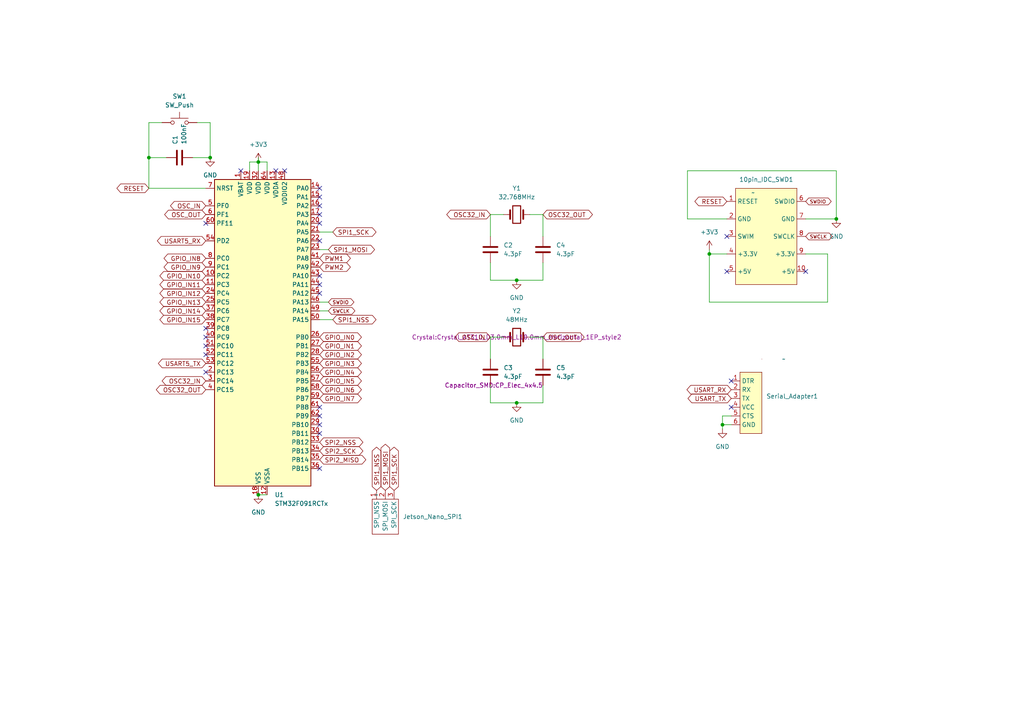
<source format=kicad_sch>
(kicad_sch (version 20230121) (generator eeschema)
  (paper "A4")
  (lib_symbols
    (symbol "Device:C" (pin_numbers hide) (pin_names (offset 0.254))
      (property "Reference" "C" (at 0.635 2.54 0))
      (property "Value" "C" (at 0.635 -2.54 0))
      (symbol "C_0_1"
        (polyline (pts (xy -2.032 -0.762) (xy 2.032 -0.762)) (stroke (width 0.508)))
        (polyline (pts (xy -2.032 0.762) (xy 2.032 0.762)) (stroke (width 0.508)))
      )
      (symbol "C_1_1"
        (pin passive line (at 0 3.81 270) (length 2.794) (name "~") (number "1"))
        (pin passive line (at 0 -3.81 90) (length 2.794) (name "~") (number "2"))
      )
    )
    (symbol "Device:Crystal" (pin_numbers hide) (pin_names (offset 1.016) hide)
      (property "Reference" "Y" (at 0 3.81 0))
      (property "Value" "Crystal" (at 0 -3.81 0))
      (symbol "Crystal_0_1"
        (rectangle (start -1.143 2.54) (end 1.143 -2.54) (stroke (width 0.3048)))
        (polyline (pts (xy -2.54 0) (xy -1.905 0)))
        (polyline (pts (xy -1.905 -1.27) (xy -1.905 1.27)) (stroke (width 0.508)))
        (polyline (pts (xy 1.905 -1.27) (xy 1.905 1.27)) (stroke (width 0.508)))
        (polyline (pts (xy 2.54 0) (xy 1.905 0)))
      )
      (symbol "Crystal_1_1"
        (pin passive line (at -3.81 0 0) (length 1.27) (name "1") (number "1"))
        (pin passive line (at 3.81 0 180) (length 1.27) (name "2") (number "2"))
      )
    )
    (symbol "MCU_ST_STM32F0:STM32F091RCTx"
      (property "Reference" "U" (at -12.7 46.99 0))
      (property "Value" "STM32F091RCTx" (at 10.16 46.99 0))
      (symbol "STM32F091RCTx_0_1"
        (rectangle (start -12.7 -43.18) (end 15.24 45.72) (stroke (width 0.254)) (fill (type background)))
      )
      (symbol "STM32F091RCTx_1_1"
        (pin power_in line (at -5.08 48.26 270) (length 2.54) (name "VBAT") (number "1"))
        (pin bidirectional line (at -15.24 17.78 0) (length 2.54) (name "PC2") (number "10"))
        (pin bidirectional line (at -15.24 15.24 0) (length 2.54) (name "PC3") (number "11"))
        (pin power_in line (at 2.54 -45.72 90) (length 2.54) (name "VSSA") (number "12"))
        (pin power_in line (at 5.08 48.26 270) (length 2.54) (name "VDDA") (number "13"))
        (pin bidirectional line (at 17.78 43.18 180) (length 2.54) (name "PA0") (number "14"))
        (pin bidirectional line (at 17.78 40.64 180) (length 2.54) (name "PA1") (number "15"))
        (pin bidirectional line (at 17.78 38.1 180) (length 2.54) (name "PA2") (number "16"))
        (pin bidirectional line (at 17.78 35.56 180) (length 2.54) (name "PA3") (number "17"))
        (pin power_in line (at 0 -45.72 90) (length 2.54) (name "VSS") (number "18"))
        (pin power_in line (at -2.54 48.26 270) (length 2.54) (name "VDD") (number "19"))
        (pin bidirectional line (at -15.24 -10.16 0) (length 2.54) (name "PC13") (number "2"))
        (pin bidirectional line (at 17.78 33.02 180) (length 2.54) (name "PA4") (number "20"))
        (pin bidirectional line (at 17.78 30.48 180) (length 2.54) (name "PA5") (number "21"))
        (pin bidirectional line (at 17.78 27.94 180) (length 2.54) (name "PA6") (number "22"))
        (pin bidirectional line (at 17.78 25.4 180) (length 2.54) (name "PA7") (number "23"))
        (pin bidirectional line (at -15.24 12.7 0) (length 2.54) (name "PC4") (number "24"))
        (pin bidirectional line (at -15.24 10.16 0) (length 2.54) (name "PC5") (number "25"))
        (pin bidirectional line (at 17.78 0 180) (length 2.54) (name "PB0") (number "26"))
        (pin bidirectional line (at 17.78 -2.54 180) (length 2.54) (name "PB1") (number "27"))
        (pin bidirectional line (at 17.78 -5.08 180) (length 2.54) (name "PB2") (number "28"))
        (pin bidirectional line (at 17.78 -25.4 180) (length 2.54) (name "PB10") (number "29"))
        (pin bidirectional line (at -15.24 -12.7 0) (length 2.54) (name "PC14") (number "3"))
        (pin bidirectional line (at 17.78 -27.94 180) (length 2.54) (name "PB11") (number "30"))
        (pin passive line (at 0 -45.72 90) (length 2.54) hide (name "VSS") (number "31"))
        (pin power_in line (at 0 48.26 270) (length 2.54) (name "VDD") (number "32"))
        (pin bidirectional line (at 17.78 -30.48 180) (length 2.54) (name "PB12") (number "33"))
        (pin bidirectional line (at 17.78 -33.02 180) (length 2.54) (name "PB13") (number "34"))
        (pin bidirectional line (at 17.78 -35.56 180) (length 2.54) (name "PB14") (number "35"))
        (pin bidirectional line (at 17.78 -38.1 180) (length 2.54) (name "PB15") (number "36"))
        (pin bidirectional line (at -15.24 7.62 0) (length 2.54) (name "PC6") (number "37"))
        (pin bidirectional line (at -15.24 5.08 0) (length 2.54) (name "PC7") (number "38"))
        (pin bidirectional line (at -15.24 2.54 0) (length 2.54) (name "PC8") (number "39"))
        (pin bidirectional line (at -15.24 -15.24 0) (length 2.54) (name "PC15") (number "4"))
        (pin bidirectional line (at -15.24 0 0) (length 2.54) (name "PC9") (number "40"))
        (pin bidirectional line (at 17.78 22.86 180) (length 2.54) (name "PA8") (number "41"))
        (pin bidirectional line (at 17.78 20.32 180) (length 2.54) (name "PA9") (number "42"))
        (pin bidirectional line (at 17.78 17.78 180) (length 2.54) (name "PA10") (number "43"))
        (pin bidirectional line (at 17.78 15.24 180) (length 2.54) (name "PA11") (number "44"))
        (pin bidirectional line (at 17.78 12.7 180) (length 2.54) (name "PA12") (number "45"))
        (pin bidirectional line (at 17.78 10.16 180) (length 2.54) (name "PA13") (number "46"))
        (pin passive line (at 0 -45.72 90) (length 2.54) hide (name "VSS") (number "47"))
        (pin power_in line (at 7.62 48.26 270) (length 2.54) (name "VDDIO2") (number "48"))
        (pin bidirectional line (at 17.78 7.62 180) (length 2.54) (name "PA14") (number "49"))
        (pin bidirectional line (at -15.24 38.1 0) (length 2.54) (name "PF0") (number "5"))
        (pin bidirectional line (at 17.78 5.08 180) (length 2.54) (name "PA15") (number "50"))
        (pin bidirectional line (at -15.24 -2.54 0) (length 2.54) (name "PC10") (number "51"))
        (pin bidirectional line (at -15.24 -5.08 0) (length 2.54) (name "PC11") (number "52"))
        (pin bidirectional line (at -15.24 -7.62 0) (length 2.54) (name "PC12") (number "53"))
        (pin bidirectional line (at -15.24 27.94 0) (length 2.54) (name "PD2") (number "54"))
        (pin bidirectional line (at 17.78 -7.62 180) (length 2.54) (name "PB3") (number "55"))
        (pin bidirectional line (at 17.78 -10.16 180) (length 2.54) (name "PB4") (number "56"))
        (pin bidirectional line (at 17.78 -12.7 180) (length 2.54) (name "PB5") (number "57"))
        (pin bidirectional line (at 17.78 -15.24 180) (length 2.54) (name "PB6") (number "58"))
        (pin bidirectional line (at 17.78 -17.78 180) (length 2.54) (name "PB7") (number "59"))
        (pin bidirectional line (at -15.24 35.56 0) (length 2.54) (name "PF1") (number "6"))
        (pin bidirectional line (at -15.24 33.02 0) (length 2.54) (name "PF11") (number "60"))
        (pin bidirectional line (at 17.78 -20.32 180) (length 2.54) (name "PB8") (number "61"))
        (pin bidirectional line (at 17.78 -22.86 180) (length 2.54) (name "PB9") (number "62"))
        (pin passive line (at 0 -45.72 90) (length 2.54) hide (name "VSS") (number "63"))
        (pin power_in line (at 2.54 48.26 270) (length 2.54) (name "VDD") (number "64"))
        (pin input line (at -15.24 43.18 0) (length 2.54) (name "NRST") (number "7"))
        (pin bidirectional line (at -15.24 22.86 0) (length 2.54) (name "PC0") (number "8"))
        (pin bidirectional line (at -15.24 20.32 0) (length 2.54) (name "PC1") (number "9"))
      )
    )
    (symbol "Senior_Design:Jetson_Nano_SPI"
      (property "Reference" "U" (at -3.81 0 0))
      (symbol "Jetson_Nano_SPI_0_1"
        (rectangle (start -1.27 -1.27) (end 6.35 -11.43))
      )
      (symbol "Jetson_Nano_SPI_1_1"
        (pin passive line (at 0 1.27 270) (length 2.54) (name "SPI_NSS") (number "1"))
        (pin passive line (at 2.54 1.27 270) (length 2.54) (name "SPI_MOSI") (number "2"))
        (pin passive line (at 5.08 1.27 270) (length 2.54) (name "SPI_SCK") (number "3"))
      )
    )
    (symbol "Senior_Design:ST-Link_V2_Clone"
      (property "Reference" "10pin_IDC_SWD" (at 3.81 3.81 0))
      (symbol "ST-Link_V2_Clone_1_1"
        (rectangle (start -5.08 1.27) (end 12.7 -26.67) (fill (type background)))
        (pin passive line (at -7.62 -2.54 0) (length 2.54) (name "RESET") (number "1"))
        (pin passive line (at 15.24 -22.86 180) (length 2.54) (name "+5V") (number "10"))
        (pin passive line (at -7.62 -7.62 0) (length 2.54) (name "GND") (number "2"))
        (pin passive line (at -7.62 -12.7 0) (length 2.54) (name "SWIM") (number "3"))
        (pin passive line (at -7.62 -17.78 0) (length 2.54) (name "+3.3V") (number "4"))
        (pin passive line (at -7.62 -22.86 0) (length 2.54) (name "+5V") (number "5"))
        (pin passive line (at 15.24 -2.54 180) (length 2.54) (name "SWDIO") (number "6"))
        (pin passive line (at 15.24 -7.62 180) (length 2.54) (name "GND") (number "7"))
        (pin passive line (at 15.24 -12.7 180) (length 2.54) (name "SWCLK") (number "8"))
        (pin passive line (at 15.24 -17.78 180) (length 2.54) (name "+3.3V") (number "9"))
      )
    )
    (symbol "Serial_adapter:Serial_Adapter"
      (property "Reference" "Serial_Adapter" (at -10.16 -1.27 0))
      (symbol "Serial_Adapter_0_1"
        (rectangle (start -6.35 0) (end -6.35 0))
      )
      (symbol "Serial_Adapter_1_1"
        (rectangle (start -12.7 -3.81) (end -6.35 -21.59) (fill (type background)))
        (pin passive line (at -15.24 -6.35 0) (length 2.54) (name "DTR") (number "1"))
        (pin passive line (at -15.24 -8.89 0) (length 2.54) (name "RX") (number "2"))
        (pin passive line (at -15.24 -11.43 0) (length 2.54) (name "TX") (number "3"))
        (pin passive line (at -15.24 -13.97 0) (length 2.54) (name "VCC") (number "4"))
        (pin passive line (at -15.24 -16.51 0) (length 2.54) (name "CTS") (number "5"))
        (pin passive line (at -15.24 -19.05 0) (length 2.54) (name "GND") (number "6"))
      )
    )
    (symbol "Switch:SW_Push" (pin_numbers hide) (pin_names (offset 1.016) hide)
      (property "Reference" "SW" (at 1.27 2.54 0))
      (property "Value" "SW_Push" (at 0 -1.524 0))
      (symbol "SW_Push_0_1"
        (circle (center -2.032 0) (radius 0.508))
        (polyline (pts (xy 0 1.27) (xy 0 3.048)))
        (polyline (pts (xy 2.54 1.27) (xy -2.54 1.27)))
        (circle (center 2.032 0) (radius 0.508))
        (pin passive line (at -5.08 0 0) (length 2.54) (name "1") (number "1"))
        (pin passive line (at 5.08 0 180) (length 2.54) (name "2") (number "2"))
      )
    )
    (symbol "power:+3V3" (power) (pin_names (offset 0))
      (property "Value" "+3V3" (at 0 3.556 0))
      (symbol "+3V3_0_1"
        (polyline (pts (xy -0.762 1.27) (xy 0 2.54)))
        (polyline (pts (xy 0 0) (xy 0 2.54)))
        (polyline (pts (xy 0 2.54) (xy 0.762 1.27)))
      )
      (symbol "+3V3_1_1"
        (pin power_in line (at 0 0 90) (length 0) hide (name "+3V3") (number "1"))
      )
    )
    (symbol "power:GND" (power) (pin_names (offset 0))
      (property "Value" "GND" (at 0 -3.81 0))
      (symbol "GND_0_1"
        (polyline (pts (xy 0 0) (xy 0 -1.27) (xy 1.27 -1.27) (xy 0 -2.54) (xy -1.27 -1.27) (xy 0 -1.27)))
      )
      (symbol "GND_1_1"
        (pin power_in line (at 0 0 270) (length 0) hide (name "GND") (number "1"))
      )
    )
  )
  (junction (at 149.86 81.28))
  (junction (at 74.93 143.51))
  (junction (at 205.74 73.66))
  (junction (at 43.18 45.72))
  (junction (at 149.86 116.84))
  (junction (at 242.57 63.5))
  (junction (at 209.55 123.19))
  (junction (at 60.96 45.72))
  (junction (at 74.93 46.99))
  (no_connect (at 92.71 120.65))
  (no_connect (at 92.71 59.69))
  (no_connect (at 92.71 123.19))
  (no_connect (at 212.09 118.11))
  (no_connect (at 69.85 49.53))
  (no_connect (at 210.82 78.74))
  (no_connect (at 82.55 49.53))
  (no_connect (at 210.82 68.58))
  (no_connect (at 59.69 64.77))
  (no_connect (at 92.71 85.09))
  (no_connect (at 59.69 97.79))
  (no_connect (at 212.09 110.49))
  (no_connect (at 92.71 57.15))
  (no_connect (at 92.71 82.55))
  (no_connect (at 59.69 107.95))
  (no_connect (at 92.71 135.89))
  (no_connect (at 92.71 118.11))
  (no_connect (at 59.69 102.87))
  (no_connect (at 92.71 54.61))
  (no_connect (at 59.69 100.33))
  (no_connect (at 59.69 95.25))
  (no_connect (at 92.71 62.23))
  (no_connect (at 233.68 78.74))
  (no_connect (at 92.71 69.85))
  (no_connect (at 92.71 80.01))
  (no_connect (at 80.01 49.53))
  (no_connect (at 92.71 125.73))
  (no_connect (at 92.71 64.77))
  (wire (pts (xy 240.03 87.63) (xy 240.03 73.66)))
  (wire (pts (xy 95.25 90.17) (xy 92.71 90.17)))
  (wire (pts (xy 95.25 72.39) (xy 92.71 72.39)))
  (wire (pts (xy 43.18 54.61) (xy 43.18 45.72)))
  (wire (pts (xy 60.96 45.72) (xy 55.88 45.72)))
  (wire (pts (xy 209.55 120.65) (xy 209.55 123.19)))
  (wire (pts (xy 74.93 46.99) (xy 77.47 46.99)))
  (wire (pts (xy 142.24 97.79) (xy 146.05 97.79)))
  (wire (pts (xy 210.82 63.5) (xy 199.39 63.5)))
  (wire (pts (xy 157.48 81.28) (xy 157.48 76.2)))
  (wire (pts (xy 210.82 73.66) (xy 205.74 73.66)))
  (wire (pts (xy 199.39 49.53) (xy 242.57 49.53)))
  (wire (pts (xy 205.74 72.39) (xy 205.74 73.66)))
  (wire (pts (xy 209.55 123.19) (xy 209.55 124.46)))
  (wire (pts (xy 242.57 49.53) (xy 242.57 63.5)))
  (wire (pts (xy 92.71 92.71) (xy 96.52 92.71)))
  (wire (pts (xy 77.47 46.99) (xy 77.47 49.53)))
  (wire (pts (xy 43.18 35.56) (xy 46.99 35.56)))
  (wire (pts (xy 142.24 62.23) (xy 146.05 62.23)))
  (wire (pts (xy 142.24 68.58) (xy 142.24 62.23)))
  (wire (pts (xy 142.24 76.2) (xy 142.24 81.28)))
  (wire (pts (xy 209.55 123.19) (xy 212.09 123.19)))
  (wire (pts (xy 212.09 120.65) (xy 209.55 120.65)))
  (wire (pts (xy 142.24 81.28) (xy 149.86 81.28)))
  (wire (pts (xy 72.39 49.53) (xy 72.39 46.99)))
  (wire (pts (xy 240.03 73.66) (xy 233.68 73.66)))
  (wire (pts (xy 157.48 62.23) (xy 157.48 68.58)))
  (wire (pts (xy 205.74 87.63) (xy 240.03 87.63)))
  (wire (pts (xy 149.86 81.28) (xy 157.48 81.28)))
  (wire (pts (xy 74.93 143.51) (xy 77.47 143.51)))
  (wire (pts (xy 242.57 63.5) (xy 233.68 63.5)))
  (wire (pts (xy 149.86 116.84) (xy 157.48 116.84)))
  (wire (pts (xy 74.93 45.72) (xy 74.93 46.99)))
  (wire (pts (xy 96.52 67.31) (xy 92.71 67.31)))
  (wire (pts (xy 142.24 116.84) (xy 149.86 116.84)))
  (wire (pts (xy 157.48 97.79) (xy 157.48 104.14)))
  (wire (pts (xy 95.25 87.63) (xy 92.71 87.63)))
  (wire (pts (xy 72.39 46.99) (xy 74.93 46.99)))
  (wire (pts (xy 48.26 45.72) (xy 43.18 45.72)))
  (wire (pts (xy 199.39 63.5) (xy 199.39 49.53)))
  (wire (pts (xy 142.24 104.14) (xy 142.24 97.79)))
  (wire (pts (xy 57.15 35.56) (xy 60.96 35.56)))
  (wire (pts (xy 157.48 116.84) (xy 157.48 111.76)))
  (wire (pts (xy 74.93 46.99) (xy 74.93 49.53)))
  (wire (pts (xy 153.67 62.23) (xy 157.48 62.23)))
  (wire (pts (xy 43.18 45.72) (xy 43.18 35.56)))
  (wire (pts (xy 59.69 54.61) (xy 43.18 54.61)))
  (wire (pts (xy 60.96 35.56) (xy 60.96 45.72)))
  (wire (pts (xy 153.67 97.79) (xy 157.48 97.79)))
  (wire (pts (xy 205.74 73.66) (xy 205.74 87.63)))
  (wire (pts (xy 142.24 111.76) (xy 142.24 116.84)))
  (global_label "OSC_IN" (shape bidirectional) (at 142.24 97.79 180) (property "Intersheetrefs" "${INTERSHEET_REFS}" (effects hide)))
  (global_label "GPIO_IN10" (shape bidirectional) (at 59.69 80.01 180) (property "Intersheetrefs" "${INTERSHEET_REFS}" (effects hide)))
  (global_label "OSC32_OUT" (shape bidirectional) (at 59.69 113.03 180) (property "Intersheetrefs" "${INTERSHEET_REFS}" (effects hide)))
  (global_label "PWM1" (shape bidirectional) (at 92.71 74.93 0) (property "Intersheetrefs" "${INTERSHEET_REFS}" (effects hide)))
  (global_label "GPIO_IN15" (shape bidirectional) (at 59.69 92.71 180) (property "Intersheetrefs" "${INTERSHEET_REFS}" (effects hide)))
  (global_label "GPIO_IN0" (shape bidirectional) (at 92.71 97.79 0) (property "Intersheetrefs" "${INTERSHEET_REFS}" (effects hide)))
  (global_label "USART_TX" (shape bidirectional) (at 212.09 115.57 180) (property "Intersheetrefs" "${INTERSHEET_REFS}" (effects hide)))
  (global_label "SPI2_SCK" (shape bidirectional) (at 92.71 130.81 0) (property "Intersheetrefs" "${INTERSHEET_REFS}" (effects hide)))
  (global_label "SPI2_MISO" (shape bidirectional) (at 92.71 133.35 0) (property "Intersheetrefs" "${INTERSHEET_REFS}" (effects hide)))
  (global_label "SWCLK" (shape bidirectional) (at 95.25 90.17 0) (effects (font (size 1 1))) (property "Intersheetrefs" "${INTERSHEET_REFS}" (effects hide)))
  (global_label "GPIO_IN12" (shape bidirectional) (at 59.69 85.09 180) (property "Intersheetrefs" "${INTERSHEET_REFS}" (effects hide)))
  (global_label "SWDIO" (shape bidirectional) (at 233.68 58.42 0) (effects (font (size 1 1))) (property "Intersheetrefs" "${INTERSHEET_REFS}" (effects hide)))
  (global_label "GPIO_IN5" (shape bidirectional) (at 92.71 110.49 0) (property "Intersheetrefs" "${INTERSHEET_REFS}" (effects hide)))
  (global_label "RESET" (shape bidirectional) (at 210.82 58.42 180) (property "Intersheetrefs" "${INTERSHEET_REFS}" (effects hide)))
  (global_label "GPIO_IN9" (shape bidirectional) (at 59.69 77.47 180) (property "Intersheetrefs" "${INTERSHEET_REFS}" (effects hide)))
  (global_label "GPIO_IN8" (shape bidirectional) (at 59.69 74.93 180) (property "Intersheetrefs" "${INTERSHEET_REFS}" (effects hide)))
  (global_label "SWCLK" (shape bidirectional) (at 233.68 68.58 0) (effects (font (size 1 1))) (property "Intersheetrefs" "${INTERSHEET_REFS}" (effects hide)))
  (global_label "SPI1_NSS" (shape bidirectional) (at 96.52 92.71 0) (property "Intersheetrefs" "${INTERSHEET_REFS}" (effects hide)))
  (global_label "OSC32_OUT" (shape bidirectional) (at 157.48 62.23 0) (property "Intersheetrefs" "${INTERSHEET_REFS}" (effects hide)))
  (global_label "GPIO_IN11" (shape bidirectional) (at 59.69 82.55 180) (property "Intersheetrefs" "${INTERSHEET_REFS}" (effects hide)))
  (global_label "GPIO_IN13" (shape bidirectional) (at 59.69 87.63 180) (property "Intersheetrefs" "${INTERSHEET_REFS}" (effects hide)))
  (global_label "SPI1_SCK" (shape bidirectional) (at 114.3 142.24 90) (property "Intersheetrefs" "${INTERSHEET_REFS}" (effects hide)))
  (global_label "OSC32_IN" (shape bidirectional) (at 59.69 110.49 180) (property "Intersheetrefs" "${INTERSHEET_REFS}" (effects hide)))
  (global_label "SPI1_NSS" (shape bidirectional) (at 109.22 142.24 90) (property "Intersheetrefs" "${INTERSHEET_REFS}" (effects hide)))
  (global_label "SPI1_SCK" (shape bidirectional) (at 96.52 67.31 0) (property "Intersheetrefs" "${INTERSHEET_REFS}" (effects hide)))
  (global_label "GPIO_IN7" (shape bidirectional) (at 92.71 115.57 0) (property "Intersheetrefs" "${INTERSHEET_REFS}" (effects hide)))
  (global_label "GPIO_IN4" (shape bidirectional) (at 92.71 107.95 0) (property "Intersheetrefs" "${INTERSHEET_REFS}" (effects hide)))
  (global_label "GPIO_IN3" (shape bidirectional) (at 92.71 105.41 0) (property "Intersheetrefs" "${INTERSHEET_REFS}" (effects hide)))
  (global_label "GPIO_IN1" (shape bidirectional) (at 92.71 100.33 0) (property "Intersheetrefs" "${INTERSHEET_REFS}" (effects hide)))
  (global_label "PWM2" (shape bidirectional) (at 92.71 77.47 0) (property "Intersheetrefs" "${INTERSHEET_REFS}" (effects hide)))
  (global_label "GPIO_IN2" (shape bidirectional) (at 92.71 102.87 0) (property "Intersheetrefs" "${INTERSHEET_REFS}" (effects hide)))
  (global_label "USART5_TX" (shape bidirectional) (at 59.69 105.41 180) (property "Intersheetrefs" "${INTERSHEET_REFS}" (effects hide)))
  (global_label "OSC32_IN" (shape bidirectional) (at 142.24 62.23 180) (property "Intersheetrefs" "${INTERSHEET_REFS}" (effects hide)))
  (global_label "SWDIO" (shape bidirectional) (at 95.25 87.63 0) (effects (font (size 1 1))) (property "Intersheetrefs" "${INTERSHEET_REFS}" (effects hide)))
  (global_label "USART5_RX" (shape bidirectional) (at 59.69 69.85 180) (property "Intersheetrefs" "${INTERSHEET_REFS}" (effects hide)))
  (global_label "SPI2_NSS" (shape bidirectional) (at 92.71 128.27 0) (property "Intersheetrefs" "${INTERSHEET_REFS}" (effects hide)))
  (global_label "USART_RX" (shape bidirectional) (at 212.09 113.03 180) (property "Intersheetrefs" "${INTERSHEET_REFS}" (effects hide)))
  (global_label "OSC_IN" (shape bidirectional) (at 59.69 59.69 180) (property "Intersheetrefs" "${INTERSHEET_REFS}" (effects hide)))
  (global_label "GPIO_IN6" (shape bidirectional) (at 92.71 113.03 0) (property "Intersheetrefs" "${INTERSHEET_REFS}" (effects hide)))
  (global_label "GPIO_IN14" (shape bidirectional) (at 59.69 90.17 180) (property "Intersheetrefs" "${INTERSHEET_REFS}" (effects hide)))
  (global_label "OSC_OUT" (shape bidirectional) (at 157.48 97.79 0) (property "Intersheetrefs" "${INTERSHEET_REFS}" (effects hide)))
  (global_label "SPI1_MOSI" (shape bidirectional) (at 111.76 142.24 90) (property "Intersheetrefs" "${INTERSHEET_REFS}" (effects hide)))
  (global_label "OSC_OUT" (shape bidirectional) (at 59.69 62.23 180) (property "Intersheetrefs" "${INTERSHEET_REFS}" (effects hide)))
  (global_label "SPI1_MOSI" (shape bidirectional) (at 95.25 72.39 0) (property "Intersheetrefs" "${INTERSHEET_REFS}" (effects hide)))
  (global_label "RESET" (shape bidirectional) (at 43.18 54.61 180) (property "Intersheetrefs" "${INTERSHEET_REFS}" (effects hide)))
  (symbol (lib_id "Device:C") (at 142.24 107.95 0) (unit 1)
    (property "Reference" "C3" (at 146.05 106.68 0) (effects (justify left)))
    (property "Value" "4.3pF" (at 146.05 109.22 0) (effects (justify left)))
    (property "Footprint" "Capacitor_SMD:CP_Elec_4x4.5" (at 143.2052 111.76 0))
  )
  (symbol (lib_id "power:GND") (at 242.57 63.5 0) (unit 1)
    (property "Reference" "#PWR08" (effects hide))
    (property "Value" "GND" (at 242.57 68.58 0))
  )
  (symbol (lib_id "Switch:SW_Push") (at 52.07 35.56 0) (unit 1)
    (property "Reference" "SW1" (at 52.07 27.94 0))
    (property "Value" "SW_Push" (at 52.07 30.48 0))
    (property "Footprint" "Button_Switch_SMD:Nidec_Copal_CAS-120A" (effects hide))
  )
  (symbol (lib_id "power:GND") (at 74.93 143.51 0) (unit 1)
    (property "Reference" "#PWR03" (effects hide))
    (property "Value" "GND" (at 74.93 148.59 0))
  )
  (symbol (lib_id "Device:C") (at 157.48 72.39 0) (unit 1)
    (property "Reference" "C4" (at 161.29 71.12 0) (effects (justify left)))
    (property "Value" "4.3pF" (at 161.29 73.66 0) (effects (justify left)))
    (property "Footprint" "Capacitor_SMD:CP_Elec_4x5.3" (effects hide))
  )
  (symbol (lib_id "Senior_Design:ST-Link_V2_Clone") (at 218.44 55.88 0) (unit 1)
    (property "Reference" "10pin_IDC_SWD1" (at 222.25 52.07 0))
    (property "Value" "~" (at 218.44 55.88 0))
    (property "Footprint" "Connector_IDC:IDC-Header_2x05_P2.54mm_Latch6.5mm_Vertical" (effects hide))
  )
  (symbol (lib_id "MCU_ST_STM32F0:STM32F091RCTx") (at 74.93 97.79 0) (unit 1)
    (property "Reference" "U1" (at 79.6641 143.51 0) (effects (justify left)))
    (property "Value" "STM32F091RCTx" (at 79.6641 146.05 0) (effects (justify left)))
    (property "Footprint" "Package_QFP:LQFP-64_10x10mm_P0.5mm" (effects hide))
    (property "Datasheet" "https://www.st.com/resource/en/datasheet/stm32f091rc.pdf" (effects hide))
  )
  (symbol (lib_id "power:GND") (at 209.55 124.46 0) (unit 1)
    (property "Reference" "#PWR07" (effects hide))
    (property "Value" "GND" (at 209.55 129.54 0))
  )
  (symbol (lib_id "Device:C") (at 157.48 107.95 0) (unit 1)
    (property "Reference" "C5" (at 161.29 106.68 0) (effects (justify left)))
    (property "Value" "4.3pF" (at 161.29 109.22 0) (effects (justify left)))
    (property "Footprint" "Capacitor_SMD:CP_Elec_4x4.5" (effects hide))
  )
  (symbol (lib_id "Device:C") (at 142.24 72.39 0) (unit 1)
    (property "Reference" "C2" (at 146.05 71.12 0) (effects (justify left)))
    (property "Value" "4.3pF" (at 146.05 73.66 0) (effects (justify left)))
    (property "Footprint" "Capacitor_SMD:CP_Elec_4x3.9" (effects hide))
  )
  (symbol (lib_id "Device:Crystal") (at 149.86 97.79 0) (unit 1)
    (property "Reference" "Y2" (at 149.86 90.17 0))
    (property "Value" "48MHz" (at 149.86 92.71 0))
    (property "Footprint" "Crystal:Crystal_AT310_D3.0mm_L10.0mm_Horizontal_1EP_style2" (at 149.86 97.79 0))
  )
  (symbol (lib_id "Serial_adapter:Serial_Adapter") (at 227.33 104.14 0) (unit 1)
    (property "Reference" "Serial_Adapter1" (at 222.25 114.935 0) (effects (justify left)))
    (property "Value" "~" (at 227.33 104.14 0))
    (property "Footprint" "Resistor_THT:R_Array_SIP6" (effects hide))
  )
  (symbol (lib_id "Device:C") (at 52.07 45.72 90) (unit 1)
    (property "Reference" "C1" (at 50.8 41.91 0) (effects (justify left)))
    (property "Value" "100nF" (at 53.34 41.91 0) (effects (justify left)))
    (property "Footprint" "Capacitor_SMD:CP_Elec_4x4.5" (effects hide))
  )
  (symbol (lib_id "power:+3V3") (at 74.93 46.99 0) (unit 1)
    (property "Reference" "#PWR02" (effects hide))
    (property "Value" "+3V3" (at 74.93 41.91 0))
  )
  (symbol (lib_id "Senior_Design:Jetson_Nano_SPI") (at 109.22 143.51 0) (unit 1)
    (property "Reference" "Jetson_Nano_SPI1" (at 116.84 149.86 0) (effects (justify left)))
    (property "Value" "~" (at 109.22 143.51 0))
    (property "Footprint" "Resistor_THT:R_Array_SIP4" (effects hide))
  )
  (symbol (lib_id "power:+3V3") (at 205.74 72.39 0) (unit 1)
    (property "Reference" "#PWR06" (effects hide))
    (property "Value" "+3V3" (at 205.74 67.31 0))
  )
  (symbol (lib_id "Device:Crystal") (at 149.86 62.23 0) (unit 1)
    (property "Reference" "Y1" (at 149.86 54.61 0))
    (property "Value" "32.768MHz" (at 149.86 57.15 0))
    (property "Footprint" "Crystal:Crystal_AT310_D3.0mm_L10.0mm_Horizontal_1EP_style2" (effects hide))
  )
  (symbol (lib_id "power:GND") (at 60.96 45.72 0) (unit 1)
    (property "Reference" "#PWR01" (effects hide))
    (property "Value" "GND" (at 60.96 50.8 0))
  )
  (symbol (lib_id "power:GND") (at 149.86 81.28 0) (unit 1)
    (property "Reference" "#PWR04" (effects hide))
    (property "Value" "GND" (at 149.86 86.36 0))
  )
  (symbol (lib_id "power:GND") (at 149.86 116.84 0) (unit 1)
    (property "Reference" "#PWR05" (effects hide))
    (property "Value" "GND" (at 149.86 121.92 0))
  )
)
</source>
